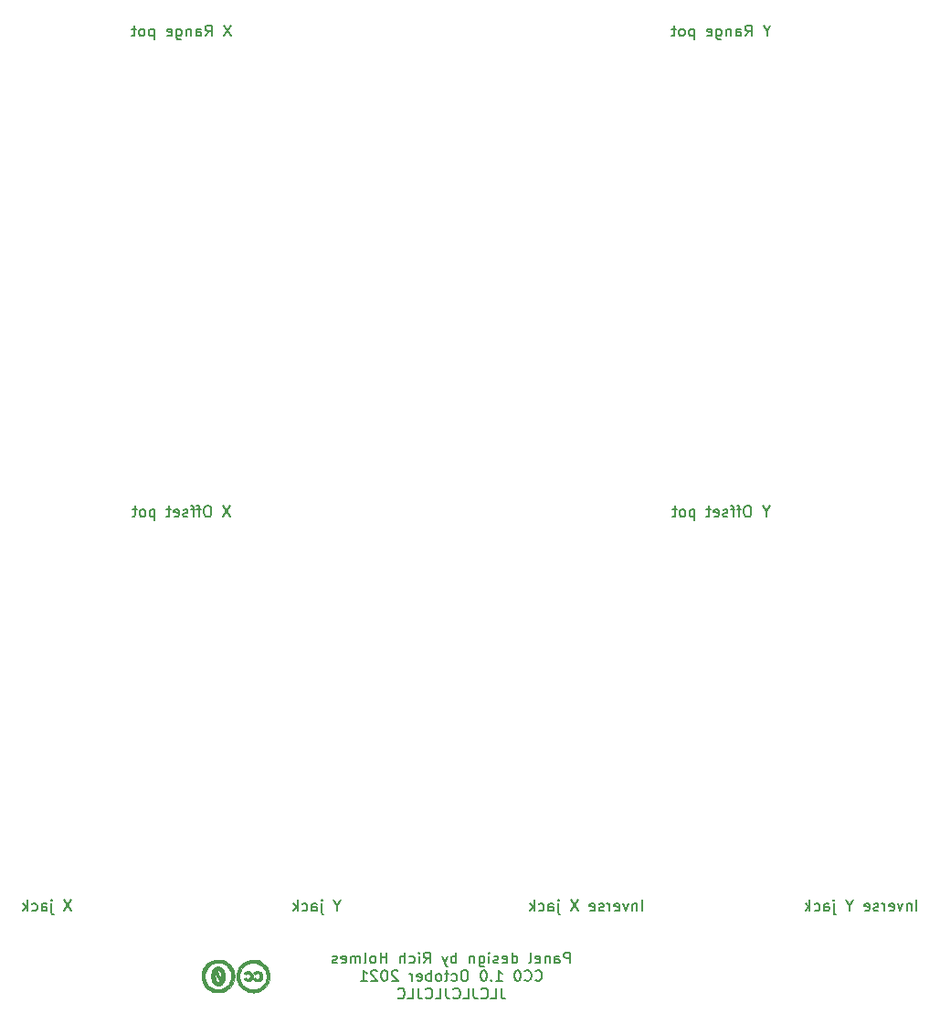
<source format=gbr>
G04 #@! TF.GenerationSoftware,KiCad,Pcbnew,5.1.10-88a1d61d58~90~ubuntu20.04.1*
G04 #@! TF.CreationDate,2021-10-02T19:54:06-04:00*
G04 #@! TF.ProjectId,joystick_panel,6a6f7973-7469-4636-9b5f-70616e656c2e,rev?*
G04 #@! TF.SameCoordinates,Original*
G04 #@! TF.FileFunction,Legend,Bot*
G04 #@! TF.FilePolarity,Positive*
%FSLAX46Y46*%
G04 Gerber Fmt 4.6, Leading zero omitted, Abs format (unit mm)*
G04 Created by KiCad (PCBNEW 5.1.10-88a1d61d58~90~ubuntu20.04.1) date 2021-10-02 19:54:06*
%MOMM*%
%LPD*%
G01*
G04 APERTURE LIST*
%ADD10C,0.150000*%
%ADD11C,0.010000*%
G04 APERTURE END LIST*
D10*
X30838095Y-190552380D02*
X30171428Y-191552380D01*
X30171428Y-190552380D02*
X30838095Y-191552380D01*
X29028571Y-190885714D02*
X29028571Y-191742857D01*
X29076190Y-191838095D01*
X29171428Y-191885714D01*
X29219047Y-191885714D01*
X29028571Y-190552380D02*
X29076190Y-190600000D01*
X29028571Y-190647619D01*
X28980952Y-190600000D01*
X29028571Y-190552380D01*
X29028571Y-190647619D01*
X28123809Y-191552380D02*
X28123809Y-191028571D01*
X28171428Y-190933333D01*
X28266666Y-190885714D01*
X28457142Y-190885714D01*
X28552380Y-190933333D01*
X28123809Y-191504761D02*
X28219047Y-191552380D01*
X28457142Y-191552380D01*
X28552380Y-191504761D01*
X28600000Y-191409523D01*
X28600000Y-191314285D01*
X28552380Y-191219047D01*
X28457142Y-191171428D01*
X28219047Y-191171428D01*
X28123809Y-191123809D01*
X27219047Y-191504761D02*
X27314285Y-191552380D01*
X27504761Y-191552380D01*
X27600000Y-191504761D01*
X27647619Y-191457142D01*
X27695238Y-191361904D01*
X27695238Y-191076190D01*
X27647619Y-190980952D01*
X27600000Y-190933333D01*
X27504761Y-190885714D01*
X27314285Y-190885714D01*
X27219047Y-190933333D01*
X26790476Y-191552380D02*
X26790476Y-190552380D01*
X26695238Y-191171428D02*
X26409523Y-191552380D01*
X26409523Y-190885714D02*
X26790476Y-191266666D01*
X55504761Y-191076190D02*
X55504761Y-191552380D01*
X55838095Y-190552380D02*
X55504761Y-191076190D01*
X55171428Y-190552380D01*
X54076190Y-190885714D02*
X54076190Y-191742857D01*
X54123809Y-191838095D01*
X54219047Y-191885714D01*
X54266666Y-191885714D01*
X54076190Y-190552380D02*
X54123809Y-190600000D01*
X54076190Y-190647619D01*
X54028571Y-190600000D01*
X54076190Y-190552380D01*
X54076190Y-190647619D01*
X53171428Y-191552380D02*
X53171428Y-191028571D01*
X53219047Y-190933333D01*
X53314285Y-190885714D01*
X53504761Y-190885714D01*
X53600000Y-190933333D01*
X53171428Y-191504761D02*
X53266666Y-191552380D01*
X53504761Y-191552380D01*
X53600000Y-191504761D01*
X53647619Y-191409523D01*
X53647619Y-191314285D01*
X53600000Y-191219047D01*
X53504761Y-191171428D01*
X53266666Y-191171428D01*
X53171428Y-191123809D01*
X52266666Y-191504761D02*
X52361904Y-191552380D01*
X52552380Y-191552380D01*
X52647619Y-191504761D01*
X52695238Y-191457142D01*
X52742857Y-191361904D01*
X52742857Y-191076190D01*
X52695238Y-190980952D01*
X52647619Y-190933333D01*
X52552380Y-190885714D01*
X52361904Y-190885714D01*
X52266666Y-190933333D01*
X51838095Y-191552380D02*
X51838095Y-190552380D01*
X51742857Y-191171428D02*
X51457142Y-191552380D01*
X51457142Y-190885714D02*
X51838095Y-191266666D01*
X83766666Y-191552380D02*
X83766666Y-190552380D01*
X83290476Y-190885714D02*
X83290476Y-191552380D01*
X83290476Y-190980952D02*
X83242857Y-190933333D01*
X83147619Y-190885714D01*
X83004761Y-190885714D01*
X82909523Y-190933333D01*
X82861904Y-191028571D01*
X82861904Y-191552380D01*
X82480952Y-190885714D02*
X82242857Y-191552380D01*
X82004761Y-190885714D01*
X81242857Y-191504761D02*
X81338095Y-191552380D01*
X81528571Y-191552380D01*
X81623809Y-191504761D01*
X81671428Y-191409523D01*
X81671428Y-191028571D01*
X81623809Y-190933333D01*
X81528571Y-190885714D01*
X81338095Y-190885714D01*
X81242857Y-190933333D01*
X81195238Y-191028571D01*
X81195238Y-191123809D01*
X81671428Y-191219047D01*
X80766666Y-191552380D02*
X80766666Y-190885714D01*
X80766666Y-191076190D02*
X80719047Y-190980952D01*
X80671428Y-190933333D01*
X80576190Y-190885714D01*
X80480952Y-190885714D01*
X80195238Y-191504761D02*
X80100000Y-191552380D01*
X79909523Y-191552380D01*
X79814285Y-191504761D01*
X79766666Y-191409523D01*
X79766666Y-191361904D01*
X79814285Y-191266666D01*
X79909523Y-191219047D01*
X80052380Y-191219047D01*
X80147619Y-191171428D01*
X80195238Y-191076190D01*
X80195238Y-191028571D01*
X80147619Y-190933333D01*
X80052380Y-190885714D01*
X79909523Y-190885714D01*
X79814285Y-190933333D01*
X78957142Y-191504761D02*
X79052380Y-191552380D01*
X79242857Y-191552380D01*
X79338095Y-191504761D01*
X79385714Y-191409523D01*
X79385714Y-191028571D01*
X79338095Y-190933333D01*
X79242857Y-190885714D01*
X79052380Y-190885714D01*
X78957142Y-190933333D01*
X78909523Y-191028571D01*
X78909523Y-191123809D01*
X79385714Y-191219047D01*
X77814285Y-190552380D02*
X77147619Y-191552380D01*
X77147619Y-190552380D02*
X77814285Y-191552380D01*
X76004761Y-190885714D02*
X76004761Y-191742857D01*
X76052380Y-191838095D01*
X76147619Y-191885714D01*
X76195238Y-191885714D01*
X76004761Y-190552380D02*
X76052380Y-190600000D01*
X76004761Y-190647619D01*
X75957142Y-190600000D01*
X76004761Y-190552380D01*
X76004761Y-190647619D01*
X75100000Y-191552380D02*
X75100000Y-191028571D01*
X75147619Y-190933333D01*
X75242857Y-190885714D01*
X75433333Y-190885714D01*
X75528571Y-190933333D01*
X75100000Y-191504761D02*
X75195238Y-191552380D01*
X75433333Y-191552380D01*
X75528571Y-191504761D01*
X75576190Y-191409523D01*
X75576190Y-191314285D01*
X75528571Y-191219047D01*
X75433333Y-191171428D01*
X75195238Y-191171428D01*
X75100000Y-191123809D01*
X74195238Y-191504761D02*
X74290476Y-191552380D01*
X74480952Y-191552380D01*
X74576190Y-191504761D01*
X74623809Y-191457142D01*
X74671428Y-191361904D01*
X74671428Y-191076190D01*
X74623809Y-190980952D01*
X74576190Y-190933333D01*
X74480952Y-190885714D01*
X74290476Y-190885714D01*
X74195238Y-190933333D01*
X73766666Y-191552380D02*
X73766666Y-190552380D01*
X73671428Y-191171428D02*
X73385714Y-191552380D01*
X73385714Y-190885714D02*
X73766666Y-191266666D01*
X109219047Y-191552380D02*
X109219047Y-190552380D01*
X108742857Y-190885714D02*
X108742857Y-191552380D01*
X108742857Y-190980952D02*
X108695238Y-190933333D01*
X108600000Y-190885714D01*
X108457142Y-190885714D01*
X108361904Y-190933333D01*
X108314285Y-191028571D01*
X108314285Y-191552380D01*
X107933333Y-190885714D02*
X107695238Y-191552380D01*
X107457142Y-190885714D01*
X106695238Y-191504761D02*
X106790476Y-191552380D01*
X106980952Y-191552380D01*
X107076190Y-191504761D01*
X107123809Y-191409523D01*
X107123809Y-191028571D01*
X107076190Y-190933333D01*
X106980952Y-190885714D01*
X106790476Y-190885714D01*
X106695238Y-190933333D01*
X106647619Y-191028571D01*
X106647619Y-191123809D01*
X107123809Y-191219047D01*
X106219047Y-191552380D02*
X106219047Y-190885714D01*
X106219047Y-191076190D02*
X106171428Y-190980952D01*
X106123809Y-190933333D01*
X106028571Y-190885714D01*
X105933333Y-190885714D01*
X105647619Y-191504761D02*
X105552380Y-191552380D01*
X105361904Y-191552380D01*
X105266666Y-191504761D01*
X105219047Y-191409523D01*
X105219047Y-191361904D01*
X105266666Y-191266666D01*
X105361904Y-191219047D01*
X105504761Y-191219047D01*
X105600000Y-191171428D01*
X105647619Y-191076190D01*
X105647619Y-191028571D01*
X105600000Y-190933333D01*
X105504761Y-190885714D01*
X105361904Y-190885714D01*
X105266666Y-190933333D01*
X104409523Y-191504761D02*
X104504761Y-191552380D01*
X104695238Y-191552380D01*
X104790476Y-191504761D01*
X104838095Y-191409523D01*
X104838095Y-191028571D01*
X104790476Y-190933333D01*
X104695238Y-190885714D01*
X104504761Y-190885714D01*
X104409523Y-190933333D01*
X104361904Y-191028571D01*
X104361904Y-191123809D01*
X104838095Y-191219047D01*
X102980952Y-191076190D02*
X102980952Y-191552380D01*
X103314285Y-190552380D02*
X102980952Y-191076190D01*
X102647619Y-190552380D01*
X101552380Y-190885714D02*
X101552380Y-191742857D01*
X101600000Y-191838095D01*
X101695238Y-191885714D01*
X101742857Y-191885714D01*
X101552380Y-190552380D02*
X101600000Y-190600000D01*
X101552380Y-190647619D01*
X101504761Y-190600000D01*
X101552380Y-190552380D01*
X101552380Y-190647619D01*
X100647619Y-191552380D02*
X100647619Y-191028571D01*
X100695238Y-190933333D01*
X100790476Y-190885714D01*
X100980952Y-190885714D01*
X101076190Y-190933333D01*
X100647619Y-191504761D02*
X100742857Y-191552380D01*
X100980952Y-191552380D01*
X101076190Y-191504761D01*
X101123809Y-191409523D01*
X101123809Y-191314285D01*
X101076190Y-191219047D01*
X100980952Y-191171428D01*
X100742857Y-191171428D01*
X100647619Y-191123809D01*
X99742857Y-191504761D02*
X99838095Y-191552380D01*
X100028571Y-191552380D01*
X100123809Y-191504761D01*
X100171428Y-191457142D01*
X100219047Y-191361904D01*
X100219047Y-191076190D01*
X100171428Y-190980952D01*
X100123809Y-190933333D01*
X100028571Y-190885714D01*
X99838095Y-190885714D01*
X99742857Y-190933333D01*
X99314285Y-191552380D02*
X99314285Y-190552380D01*
X99219047Y-191171428D02*
X98933333Y-191552380D01*
X98933333Y-190885714D02*
X99314285Y-191266666D01*
X95266666Y-154576190D02*
X95266666Y-155052380D01*
X95600000Y-154052380D02*
X95266666Y-154576190D01*
X94933333Y-154052380D01*
X93647619Y-154052380D02*
X93457142Y-154052380D01*
X93361904Y-154100000D01*
X93266666Y-154195238D01*
X93219047Y-154385714D01*
X93219047Y-154719047D01*
X93266666Y-154909523D01*
X93361904Y-155004761D01*
X93457142Y-155052380D01*
X93647619Y-155052380D01*
X93742857Y-155004761D01*
X93838095Y-154909523D01*
X93885714Y-154719047D01*
X93885714Y-154385714D01*
X93838095Y-154195238D01*
X93742857Y-154100000D01*
X93647619Y-154052380D01*
X92933333Y-154385714D02*
X92552380Y-154385714D01*
X92790476Y-155052380D02*
X92790476Y-154195238D01*
X92742857Y-154100000D01*
X92647619Y-154052380D01*
X92552380Y-154052380D01*
X92361904Y-154385714D02*
X91980952Y-154385714D01*
X92219047Y-155052380D02*
X92219047Y-154195238D01*
X92171428Y-154100000D01*
X92076190Y-154052380D01*
X91980952Y-154052380D01*
X91695238Y-155004761D02*
X91600000Y-155052380D01*
X91409523Y-155052380D01*
X91314285Y-155004761D01*
X91266666Y-154909523D01*
X91266666Y-154861904D01*
X91314285Y-154766666D01*
X91409523Y-154719047D01*
X91552380Y-154719047D01*
X91647619Y-154671428D01*
X91695238Y-154576190D01*
X91695238Y-154528571D01*
X91647619Y-154433333D01*
X91552380Y-154385714D01*
X91409523Y-154385714D01*
X91314285Y-154433333D01*
X90457142Y-155004761D02*
X90552380Y-155052380D01*
X90742857Y-155052380D01*
X90838095Y-155004761D01*
X90885714Y-154909523D01*
X90885714Y-154528571D01*
X90838095Y-154433333D01*
X90742857Y-154385714D01*
X90552380Y-154385714D01*
X90457142Y-154433333D01*
X90409523Y-154528571D01*
X90409523Y-154623809D01*
X90885714Y-154719047D01*
X90123809Y-154385714D02*
X89742857Y-154385714D01*
X89980952Y-154052380D02*
X89980952Y-154909523D01*
X89933333Y-155004761D01*
X89838095Y-155052380D01*
X89742857Y-155052380D01*
X88647619Y-154385714D02*
X88647619Y-155385714D01*
X88647619Y-154433333D02*
X88552380Y-154385714D01*
X88361904Y-154385714D01*
X88266666Y-154433333D01*
X88219047Y-154480952D01*
X88171428Y-154576190D01*
X88171428Y-154861904D01*
X88219047Y-154957142D01*
X88266666Y-155004761D01*
X88361904Y-155052380D01*
X88552380Y-155052380D01*
X88647619Y-155004761D01*
X87600000Y-155052380D02*
X87695238Y-155004761D01*
X87742857Y-154957142D01*
X87790476Y-154861904D01*
X87790476Y-154576190D01*
X87742857Y-154480952D01*
X87695238Y-154433333D01*
X87600000Y-154385714D01*
X87457142Y-154385714D01*
X87361904Y-154433333D01*
X87314285Y-154480952D01*
X87266666Y-154576190D01*
X87266666Y-154861904D01*
X87314285Y-154957142D01*
X87361904Y-155004761D01*
X87457142Y-155052380D01*
X87600000Y-155052380D01*
X86980952Y-154385714D02*
X86600000Y-154385714D01*
X86838095Y-154052380D02*
X86838095Y-154909523D01*
X86790476Y-155004761D01*
X86695238Y-155052380D01*
X86600000Y-155052380D01*
X45600000Y-154052380D02*
X44933333Y-155052380D01*
X44933333Y-154052380D02*
X45600000Y-155052380D01*
X43600000Y-154052380D02*
X43409523Y-154052380D01*
X43314285Y-154100000D01*
X43219047Y-154195238D01*
X43171428Y-154385714D01*
X43171428Y-154719047D01*
X43219047Y-154909523D01*
X43314285Y-155004761D01*
X43409523Y-155052380D01*
X43600000Y-155052380D01*
X43695238Y-155004761D01*
X43790476Y-154909523D01*
X43838095Y-154719047D01*
X43838095Y-154385714D01*
X43790476Y-154195238D01*
X43695238Y-154100000D01*
X43600000Y-154052380D01*
X42885714Y-154385714D02*
X42504761Y-154385714D01*
X42742857Y-155052380D02*
X42742857Y-154195238D01*
X42695238Y-154100000D01*
X42600000Y-154052380D01*
X42504761Y-154052380D01*
X42314285Y-154385714D02*
X41933333Y-154385714D01*
X42171428Y-155052380D02*
X42171428Y-154195238D01*
X42123809Y-154100000D01*
X42028571Y-154052380D01*
X41933333Y-154052380D01*
X41647619Y-155004761D02*
X41552380Y-155052380D01*
X41361904Y-155052380D01*
X41266666Y-155004761D01*
X41219047Y-154909523D01*
X41219047Y-154861904D01*
X41266666Y-154766666D01*
X41361904Y-154719047D01*
X41504761Y-154719047D01*
X41600000Y-154671428D01*
X41647619Y-154576190D01*
X41647619Y-154528571D01*
X41600000Y-154433333D01*
X41504761Y-154385714D01*
X41361904Y-154385714D01*
X41266666Y-154433333D01*
X40409523Y-155004761D02*
X40504761Y-155052380D01*
X40695238Y-155052380D01*
X40790476Y-155004761D01*
X40838095Y-154909523D01*
X40838095Y-154528571D01*
X40790476Y-154433333D01*
X40695238Y-154385714D01*
X40504761Y-154385714D01*
X40409523Y-154433333D01*
X40361904Y-154528571D01*
X40361904Y-154623809D01*
X40838095Y-154719047D01*
X40076190Y-154385714D02*
X39695238Y-154385714D01*
X39933333Y-154052380D02*
X39933333Y-154909523D01*
X39885714Y-155004761D01*
X39790476Y-155052380D01*
X39695238Y-155052380D01*
X38600000Y-154385714D02*
X38600000Y-155385714D01*
X38600000Y-154433333D02*
X38504761Y-154385714D01*
X38314285Y-154385714D01*
X38219047Y-154433333D01*
X38171428Y-154480952D01*
X38123809Y-154576190D01*
X38123809Y-154861904D01*
X38171428Y-154957142D01*
X38219047Y-155004761D01*
X38314285Y-155052380D01*
X38504761Y-155052380D01*
X38600000Y-155004761D01*
X37552380Y-155052380D02*
X37647619Y-155004761D01*
X37695238Y-154957142D01*
X37742857Y-154861904D01*
X37742857Y-154576190D01*
X37695238Y-154480952D01*
X37647619Y-154433333D01*
X37552380Y-154385714D01*
X37409523Y-154385714D01*
X37314285Y-154433333D01*
X37266666Y-154480952D01*
X37219047Y-154576190D01*
X37219047Y-154861904D01*
X37266666Y-154957142D01*
X37314285Y-155004761D01*
X37409523Y-155052380D01*
X37552380Y-155052380D01*
X36933333Y-154385714D02*
X36552380Y-154385714D01*
X36790476Y-154052380D02*
X36790476Y-154909523D01*
X36742857Y-155004761D01*
X36647619Y-155052380D01*
X36552380Y-155052380D01*
X45671428Y-109552380D02*
X45004761Y-110552380D01*
X45004761Y-109552380D02*
X45671428Y-110552380D01*
X43290476Y-110552380D02*
X43623809Y-110076190D01*
X43861904Y-110552380D02*
X43861904Y-109552380D01*
X43480952Y-109552380D01*
X43385714Y-109600000D01*
X43338095Y-109647619D01*
X43290476Y-109742857D01*
X43290476Y-109885714D01*
X43338095Y-109980952D01*
X43385714Y-110028571D01*
X43480952Y-110076190D01*
X43861904Y-110076190D01*
X42433333Y-110552380D02*
X42433333Y-110028571D01*
X42480952Y-109933333D01*
X42576190Y-109885714D01*
X42766666Y-109885714D01*
X42861904Y-109933333D01*
X42433333Y-110504761D02*
X42528571Y-110552380D01*
X42766666Y-110552380D01*
X42861904Y-110504761D01*
X42909523Y-110409523D01*
X42909523Y-110314285D01*
X42861904Y-110219047D01*
X42766666Y-110171428D01*
X42528571Y-110171428D01*
X42433333Y-110123809D01*
X41957142Y-109885714D02*
X41957142Y-110552380D01*
X41957142Y-109980952D02*
X41909523Y-109933333D01*
X41814285Y-109885714D01*
X41671428Y-109885714D01*
X41576190Y-109933333D01*
X41528571Y-110028571D01*
X41528571Y-110552380D01*
X40623809Y-109885714D02*
X40623809Y-110695238D01*
X40671428Y-110790476D01*
X40719047Y-110838095D01*
X40814285Y-110885714D01*
X40957142Y-110885714D01*
X41052380Y-110838095D01*
X40623809Y-110504761D02*
X40719047Y-110552380D01*
X40909523Y-110552380D01*
X41004761Y-110504761D01*
X41052380Y-110457142D01*
X41100000Y-110361904D01*
X41100000Y-110076190D01*
X41052380Y-109980952D01*
X41004761Y-109933333D01*
X40909523Y-109885714D01*
X40719047Y-109885714D01*
X40623809Y-109933333D01*
X39766666Y-110504761D02*
X39861904Y-110552380D01*
X40052380Y-110552380D01*
X40147619Y-110504761D01*
X40195238Y-110409523D01*
X40195238Y-110028571D01*
X40147619Y-109933333D01*
X40052380Y-109885714D01*
X39861904Y-109885714D01*
X39766666Y-109933333D01*
X39719047Y-110028571D01*
X39719047Y-110123809D01*
X40195238Y-110219047D01*
X38528571Y-109885714D02*
X38528571Y-110885714D01*
X38528571Y-109933333D02*
X38433333Y-109885714D01*
X38242857Y-109885714D01*
X38147619Y-109933333D01*
X38100000Y-109980952D01*
X38052380Y-110076190D01*
X38052380Y-110361904D01*
X38100000Y-110457142D01*
X38147619Y-110504761D01*
X38242857Y-110552380D01*
X38433333Y-110552380D01*
X38528571Y-110504761D01*
X37480952Y-110552380D02*
X37576190Y-110504761D01*
X37623809Y-110457142D01*
X37671428Y-110361904D01*
X37671428Y-110076190D01*
X37623809Y-109980952D01*
X37576190Y-109933333D01*
X37480952Y-109885714D01*
X37338095Y-109885714D01*
X37242857Y-109933333D01*
X37195238Y-109980952D01*
X37147619Y-110076190D01*
X37147619Y-110361904D01*
X37195238Y-110457142D01*
X37242857Y-110504761D01*
X37338095Y-110552380D01*
X37480952Y-110552380D01*
X36861904Y-109885714D02*
X36480952Y-109885714D01*
X36719047Y-109552380D02*
X36719047Y-110409523D01*
X36671428Y-110504761D01*
X36576190Y-110552380D01*
X36480952Y-110552380D01*
X95338095Y-110076190D02*
X95338095Y-110552380D01*
X95671428Y-109552380D02*
X95338095Y-110076190D01*
X95004761Y-109552380D01*
X93338095Y-110552380D02*
X93671428Y-110076190D01*
X93909523Y-110552380D02*
X93909523Y-109552380D01*
X93528571Y-109552380D01*
X93433333Y-109600000D01*
X93385714Y-109647619D01*
X93338095Y-109742857D01*
X93338095Y-109885714D01*
X93385714Y-109980952D01*
X93433333Y-110028571D01*
X93528571Y-110076190D01*
X93909523Y-110076190D01*
X92480952Y-110552380D02*
X92480952Y-110028571D01*
X92528571Y-109933333D01*
X92623809Y-109885714D01*
X92814285Y-109885714D01*
X92909523Y-109933333D01*
X92480952Y-110504761D02*
X92576190Y-110552380D01*
X92814285Y-110552380D01*
X92909523Y-110504761D01*
X92957142Y-110409523D01*
X92957142Y-110314285D01*
X92909523Y-110219047D01*
X92814285Y-110171428D01*
X92576190Y-110171428D01*
X92480952Y-110123809D01*
X92004761Y-109885714D02*
X92004761Y-110552380D01*
X92004761Y-109980952D02*
X91957142Y-109933333D01*
X91861904Y-109885714D01*
X91719047Y-109885714D01*
X91623809Y-109933333D01*
X91576190Y-110028571D01*
X91576190Y-110552380D01*
X90671428Y-109885714D02*
X90671428Y-110695238D01*
X90719047Y-110790476D01*
X90766666Y-110838095D01*
X90861904Y-110885714D01*
X91004761Y-110885714D01*
X91100000Y-110838095D01*
X90671428Y-110504761D02*
X90766666Y-110552380D01*
X90957142Y-110552380D01*
X91052380Y-110504761D01*
X91100000Y-110457142D01*
X91147619Y-110361904D01*
X91147619Y-110076190D01*
X91100000Y-109980952D01*
X91052380Y-109933333D01*
X90957142Y-109885714D01*
X90766666Y-109885714D01*
X90671428Y-109933333D01*
X89814285Y-110504761D02*
X89909523Y-110552380D01*
X90100000Y-110552380D01*
X90195238Y-110504761D01*
X90242857Y-110409523D01*
X90242857Y-110028571D01*
X90195238Y-109933333D01*
X90100000Y-109885714D01*
X89909523Y-109885714D01*
X89814285Y-109933333D01*
X89766666Y-110028571D01*
X89766666Y-110123809D01*
X90242857Y-110219047D01*
X88576190Y-109885714D02*
X88576190Y-110885714D01*
X88576190Y-109933333D02*
X88480952Y-109885714D01*
X88290476Y-109885714D01*
X88195238Y-109933333D01*
X88147619Y-109980952D01*
X88100000Y-110076190D01*
X88100000Y-110361904D01*
X88147619Y-110457142D01*
X88195238Y-110504761D01*
X88290476Y-110552380D01*
X88480952Y-110552380D01*
X88576190Y-110504761D01*
X87528571Y-110552380D02*
X87623809Y-110504761D01*
X87671428Y-110457142D01*
X87719047Y-110361904D01*
X87719047Y-110076190D01*
X87671428Y-109980952D01*
X87623809Y-109933333D01*
X87528571Y-109885714D01*
X87385714Y-109885714D01*
X87290476Y-109933333D01*
X87242857Y-109980952D01*
X87195238Y-110076190D01*
X87195238Y-110361904D01*
X87242857Y-110457142D01*
X87290476Y-110504761D01*
X87385714Y-110552380D01*
X87528571Y-110552380D01*
X86909523Y-109885714D02*
X86528571Y-109885714D01*
X86766666Y-109552380D02*
X86766666Y-110409523D01*
X86719047Y-110504761D01*
X86623809Y-110552380D01*
X86528571Y-110552380D01*
X77100000Y-196402380D02*
X77100000Y-195402380D01*
X76719047Y-195402380D01*
X76623809Y-195450000D01*
X76576190Y-195497619D01*
X76528571Y-195592857D01*
X76528571Y-195735714D01*
X76576190Y-195830952D01*
X76623809Y-195878571D01*
X76719047Y-195926190D01*
X77100000Y-195926190D01*
X75671428Y-196402380D02*
X75671428Y-195878571D01*
X75719047Y-195783333D01*
X75814285Y-195735714D01*
X76004761Y-195735714D01*
X76100000Y-195783333D01*
X75671428Y-196354761D02*
X75766666Y-196402380D01*
X76004761Y-196402380D01*
X76100000Y-196354761D01*
X76147619Y-196259523D01*
X76147619Y-196164285D01*
X76100000Y-196069047D01*
X76004761Y-196021428D01*
X75766666Y-196021428D01*
X75671428Y-195973809D01*
X75195238Y-195735714D02*
X75195238Y-196402380D01*
X75195238Y-195830952D02*
X75147619Y-195783333D01*
X75052380Y-195735714D01*
X74909523Y-195735714D01*
X74814285Y-195783333D01*
X74766666Y-195878571D01*
X74766666Y-196402380D01*
X73909523Y-196354761D02*
X74004761Y-196402380D01*
X74195238Y-196402380D01*
X74290476Y-196354761D01*
X74338095Y-196259523D01*
X74338095Y-195878571D01*
X74290476Y-195783333D01*
X74195238Y-195735714D01*
X74004761Y-195735714D01*
X73909523Y-195783333D01*
X73861904Y-195878571D01*
X73861904Y-195973809D01*
X74338095Y-196069047D01*
X73290476Y-196402380D02*
X73385714Y-196354761D01*
X73433333Y-196259523D01*
X73433333Y-195402380D01*
X71719047Y-196402380D02*
X71719047Y-195402380D01*
X71719047Y-196354761D02*
X71814285Y-196402380D01*
X72004761Y-196402380D01*
X72100000Y-196354761D01*
X72147619Y-196307142D01*
X72195238Y-196211904D01*
X72195238Y-195926190D01*
X72147619Y-195830952D01*
X72100000Y-195783333D01*
X72004761Y-195735714D01*
X71814285Y-195735714D01*
X71719047Y-195783333D01*
X70861904Y-196354761D02*
X70957142Y-196402380D01*
X71147619Y-196402380D01*
X71242857Y-196354761D01*
X71290476Y-196259523D01*
X71290476Y-195878571D01*
X71242857Y-195783333D01*
X71147619Y-195735714D01*
X70957142Y-195735714D01*
X70861904Y-195783333D01*
X70814285Y-195878571D01*
X70814285Y-195973809D01*
X71290476Y-196069047D01*
X70433333Y-196354761D02*
X70338095Y-196402380D01*
X70147619Y-196402380D01*
X70052380Y-196354761D01*
X70004761Y-196259523D01*
X70004761Y-196211904D01*
X70052380Y-196116666D01*
X70147619Y-196069047D01*
X70290476Y-196069047D01*
X70385714Y-196021428D01*
X70433333Y-195926190D01*
X70433333Y-195878571D01*
X70385714Y-195783333D01*
X70290476Y-195735714D01*
X70147619Y-195735714D01*
X70052380Y-195783333D01*
X69576190Y-196402380D02*
X69576190Y-195735714D01*
X69576190Y-195402380D02*
X69623809Y-195450000D01*
X69576190Y-195497619D01*
X69528571Y-195450000D01*
X69576190Y-195402380D01*
X69576190Y-195497619D01*
X68671428Y-195735714D02*
X68671428Y-196545238D01*
X68719047Y-196640476D01*
X68766666Y-196688095D01*
X68861904Y-196735714D01*
X69004761Y-196735714D01*
X69100000Y-196688095D01*
X68671428Y-196354761D02*
X68766666Y-196402380D01*
X68957142Y-196402380D01*
X69052380Y-196354761D01*
X69100000Y-196307142D01*
X69147619Y-196211904D01*
X69147619Y-195926190D01*
X69100000Y-195830952D01*
X69052380Y-195783333D01*
X68957142Y-195735714D01*
X68766666Y-195735714D01*
X68671428Y-195783333D01*
X68195238Y-195735714D02*
X68195238Y-196402380D01*
X68195238Y-195830952D02*
X68147619Y-195783333D01*
X68052380Y-195735714D01*
X67909523Y-195735714D01*
X67814285Y-195783333D01*
X67766666Y-195878571D01*
X67766666Y-196402380D01*
X66528571Y-196402380D02*
X66528571Y-195402380D01*
X66528571Y-195783333D02*
X66433333Y-195735714D01*
X66242857Y-195735714D01*
X66147619Y-195783333D01*
X66100000Y-195830952D01*
X66052380Y-195926190D01*
X66052380Y-196211904D01*
X66100000Y-196307142D01*
X66147619Y-196354761D01*
X66242857Y-196402380D01*
X66433333Y-196402380D01*
X66528571Y-196354761D01*
X65719047Y-195735714D02*
X65480952Y-196402380D01*
X65242857Y-195735714D02*
X65480952Y-196402380D01*
X65576190Y-196640476D01*
X65623809Y-196688095D01*
X65719047Y-196735714D01*
X63528571Y-196402380D02*
X63861904Y-195926190D01*
X64100000Y-196402380D02*
X64100000Y-195402380D01*
X63719047Y-195402380D01*
X63623809Y-195450000D01*
X63576190Y-195497619D01*
X63528571Y-195592857D01*
X63528571Y-195735714D01*
X63576190Y-195830952D01*
X63623809Y-195878571D01*
X63719047Y-195926190D01*
X64100000Y-195926190D01*
X63100000Y-196402380D02*
X63100000Y-195735714D01*
X63100000Y-195402380D02*
X63147619Y-195450000D01*
X63100000Y-195497619D01*
X63052380Y-195450000D01*
X63100000Y-195402380D01*
X63100000Y-195497619D01*
X62195238Y-196354761D02*
X62290476Y-196402380D01*
X62480952Y-196402380D01*
X62576190Y-196354761D01*
X62623809Y-196307142D01*
X62671428Y-196211904D01*
X62671428Y-195926190D01*
X62623809Y-195830952D01*
X62576190Y-195783333D01*
X62480952Y-195735714D01*
X62290476Y-195735714D01*
X62195238Y-195783333D01*
X61766666Y-196402380D02*
X61766666Y-195402380D01*
X61338095Y-196402380D02*
X61338095Y-195878571D01*
X61385714Y-195783333D01*
X61480952Y-195735714D01*
X61623809Y-195735714D01*
X61719047Y-195783333D01*
X61766666Y-195830952D01*
X60100000Y-196402380D02*
X60100000Y-195402380D01*
X60100000Y-195878571D02*
X59528571Y-195878571D01*
X59528571Y-196402380D02*
X59528571Y-195402380D01*
X58909523Y-196402380D02*
X59004761Y-196354761D01*
X59052380Y-196307142D01*
X59100000Y-196211904D01*
X59100000Y-195926190D01*
X59052380Y-195830952D01*
X59004761Y-195783333D01*
X58909523Y-195735714D01*
X58766666Y-195735714D01*
X58671428Y-195783333D01*
X58623809Y-195830952D01*
X58576190Y-195926190D01*
X58576190Y-196211904D01*
X58623809Y-196307142D01*
X58671428Y-196354761D01*
X58766666Y-196402380D01*
X58909523Y-196402380D01*
X58004761Y-196402380D02*
X58100000Y-196354761D01*
X58147619Y-196259523D01*
X58147619Y-195402380D01*
X57623809Y-196402380D02*
X57623809Y-195735714D01*
X57623809Y-195830952D02*
X57576190Y-195783333D01*
X57480952Y-195735714D01*
X57338095Y-195735714D01*
X57242857Y-195783333D01*
X57195238Y-195878571D01*
X57195238Y-196402380D01*
X57195238Y-195878571D02*
X57147619Y-195783333D01*
X57052380Y-195735714D01*
X56909523Y-195735714D01*
X56814285Y-195783333D01*
X56766666Y-195878571D01*
X56766666Y-196402380D01*
X55909523Y-196354761D02*
X56004761Y-196402380D01*
X56195238Y-196402380D01*
X56290476Y-196354761D01*
X56338095Y-196259523D01*
X56338095Y-195878571D01*
X56290476Y-195783333D01*
X56195238Y-195735714D01*
X56004761Y-195735714D01*
X55909523Y-195783333D01*
X55861904Y-195878571D01*
X55861904Y-195973809D01*
X56338095Y-196069047D01*
X55480952Y-196354761D02*
X55385714Y-196402380D01*
X55195238Y-196402380D01*
X55100000Y-196354761D01*
X55052380Y-196259523D01*
X55052380Y-196211904D01*
X55100000Y-196116666D01*
X55195238Y-196069047D01*
X55338095Y-196069047D01*
X55433333Y-196021428D01*
X55480952Y-195926190D01*
X55480952Y-195878571D01*
X55433333Y-195783333D01*
X55338095Y-195735714D01*
X55195238Y-195735714D01*
X55100000Y-195783333D01*
X73885714Y-197957142D02*
X73933333Y-198004761D01*
X74076190Y-198052380D01*
X74171428Y-198052380D01*
X74314285Y-198004761D01*
X74409523Y-197909523D01*
X74457142Y-197814285D01*
X74504761Y-197623809D01*
X74504761Y-197480952D01*
X74457142Y-197290476D01*
X74409523Y-197195238D01*
X74314285Y-197100000D01*
X74171428Y-197052380D01*
X74076190Y-197052380D01*
X73933333Y-197100000D01*
X73885714Y-197147619D01*
X72885714Y-197957142D02*
X72933333Y-198004761D01*
X73076190Y-198052380D01*
X73171428Y-198052380D01*
X73314285Y-198004761D01*
X73409523Y-197909523D01*
X73457142Y-197814285D01*
X73504761Y-197623809D01*
X73504761Y-197480952D01*
X73457142Y-197290476D01*
X73409523Y-197195238D01*
X73314285Y-197100000D01*
X73171428Y-197052380D01*
X73076190Y-197052380D01*
X72933333Y-197100000D01*
X72885714Y-197147619D01*
X72266666Y-197052380D02*
X72171428Y-197052380D01*
X72076190Y-197100000D01*
X72028571Y-197147619D01*
X71980952Y-197242857D01*
X71933333Y-197433333D01*
X71933333Y-197671428D01*
X71980952Y-197861904D01*
X72028571Y-197957142D01*
X72076190Y-198004761D01*
X72171428Y-198052380D01*
X72266666Y-198052380D01*
X72361904Y-198004761D01*
X72409523Y-197957142D01*
X72457142Y-197861904D01*
X72504761Y-197671428D01*
X72504761Y-197433333D01*
X72457142Y-197242857D01*
X72409523Y-197147619D01*
X72361904Y-197100000D01*
X72266666Y-197052380D01*
X70219047Y-198052380D02*
X70790476Y-198052380D01*
X70504761Y-198052380D02*
X70504761Y-197052380D01*
X70600000Y-197195238D01*
X70695238Y-197290476D01*
X70790476Y-197338095D01*
X69790476Y-197957142D02*
X69742857Y-198004761D01*
X69790476Y-198052380D01*
X69838095Y-198004761D01*
X69790476Y-197957142D01*
X69790476Y-198052380D01*
X69123809Y-197052380D02*
X69028571Y-197052380D01*
X68933333Y-197100000D01*
X68885714Y-197147619D01*
X68838095Y-197242857D01*
X68790476Y-197433333D01*
X68790476Y-197671428D01*
X68838095Y-197861904D01*
X68885714Y-197957142D01*
X68933333Y-198004761D01*
X69028571Y-198052380D01*
X69123809Y-198052380D01*
X69219047Y-198004761D01*
X69266666Y-197957142D01*
X69314285Y-197861904D01*
X69361904Y-197671428D01*
X69361904Y-197433333D01*
X69314285Y-197242857D01*
X69266666Y-197147619D01*
X69219047Y-197100000D01*
X69123809Y-197052380D01*
X67409523Y-197052380D02*
X67219047Y-197052380D01*
X67123809Y-197100000D01*
X67028571Y-197195238D01*
X66980952Y-197385714D01*
X66980952Y-197719047D01*
X67028571Y-197909523D01*
X67123809Y-198004761D01*
X67219047Y-198052380D01*
X67409523Y-198052380D01*
X67504761Y-198004761D01*
X67600000Y-197909523D01*
X67647619Y-197719047D01*
X67647619Y-197385714D01*
X67600000Y-197195238D01*
X67504761Y-197100000D01*
X67409523Y-197052380D01*
X66123809Y-198004761D02*
X66219047Y-198052380D01*
X66409523Y-198052380D01*
X66504761Y-198004761D01*
X66552380Y-197957142D01*
X66600000Y-197861904D01*
X66600000Y-197576190D01*
X66552380Y-197480952D01*
X66504761Y-197433333D01*
X66409523Y-197385714D01*
X66219047Y-197385714D01*
X66123809Y-197433333D01*
X65838095Y-197385714D02*
X65457142Y-197385714D01*
X65695238Y-197052380D02*
X65695238Y-197909523D01*
X65647619Y-198004761D01*
X65552380Y-198052380D01*
X65457142Y-198052380D01*
X64980952Y-198052380D02*
X65076190Y-198004761D01*
X65123809Y-197957142D01*
X65171428Y-197861904D01*
X65171428Y-197576190D01*
X65123809Y-197480952D01*
X65076190Y-197433333D01*
X64980952Y-197385714D01*
X64838095Y-197385714D01*
X64742857Y-197433333D01*
X64695238Y-197480952D01*
X64647619Y-197576190D01*
X64647619Y-197861904D01*
X64695238Y-197957142D01*
X64742857Y-198004761D01*
X64838095Y-198052380D01*
X64980952Y-198052380D01*
X64219047Y-198052380D02*
X64219047Y-197052380D01*
X64219047Y-197433333D02*
X64123809Y-197385714D01*
X63933333Y-197385714D01*
X63838095Y-197433333D01*
X63790476Y-197480952D01*
X63742857Y-197576190D01*
X63742857Y-197861904D01*
X63790476Y-197957142D01*
X63838095Y-198004761D01*
X63933333Y-198052380D01*
X64123809Y-198052380D01*
X64219047Y-198004761D01*
X62933333Y-198004761D02*
X63028571Y-198052380D01*
X63219047Y-198052380D01*
X63314285Y-198004761D01*
X63361904Y-197909523D01*
X63361904Y-197528571D01*
X63314285Y-197433333D01*
X63219047Y-197385714D01*
X63028571Y-197385714D01*
X62933333Y-197433333D01*
X62885714Y-197528571D01*
X62885714Y-197623809D01*
X63361904Y-197719047D01*
X62457142Y-198052380D02*
X62457142Y-197385714D01*
X62457142Y-197576190D02*
X62409523Y-197480952D01*
X62361904Y-197433333D01*
X62266666Y-197385714D01*
X62171428Y-197385714D01*
X61123809Y-197147619D02*
X61076190Y-197100000D01*
X60980952Y-197052380D01*
X60742857Y-197052380D01*
X60647619Y-197100000D01*
X60600000Y-197147619D01*
X60552380Y-197242857D01*
X60552380Y-197338095D01*
X60600000Y-197480952D01*
X61171428Y-198052380D01*
X60552380Y-198052380D01*
X59933333Y-197052380D02*
X59838095Y-197052380D01*
X59742857Y-197100000D01*
X59695238Y-197147619D01*
X59647619Y-197242857D01*
X59600000Y-197433333D01*
X59600000Y-197671428D01*
X59647619Y-197861904D01*
X59695238Y-197957142D01*
X59742857Y-198004761D01*
X59838095Y-198052380D01*
X59933333Y-198052380D01*
X60028571Y-198004761D01*
X60076190Y-197957142D01*
X60123809Y-197861904D01*
X60171428Y-197671428D01*
X60171428Y-197433333D01*
X60123809Y-197242857D01*
X60076190Y-197147619D01*
X60028571Y-197100000D01*
X59933333Y-197052380D01*
X59219047Y-197147619D02*
X59171428Y-197100000D01*
X59076190Y-197052380D01*
X58838095Y-197052380D01*
X58742857Y-197100000D01*
X58695238Y-197147619D01*
X58647619Y-197242857D01*
X58647619Y-197338095D01*
X58695238Y-197480952D01*
X59266666Y-198052380D01*
X58647619Y-198052380D01*
X57695238Y-198052380D02*
X58266666Y-198052380D01*
X57980952Y-198052380D02*
X57980952Y-197052380D01*
X58076190Y-197195238D01*
X58171428Y-197290476D01*
X58266666Y-197338095D01*
X70719047Y-198702380D02*
X70719047Y-199416666D01*
X70766666Y-199559523D01*
X70861904Y-199654761D01*
X71004761Y-199702380D01*
X71100000Y-199702380D01*
X69766666Y-199702380D02*
X70242857Y-199702380D01*
X70242857Y-198702380D01*
X68861904Y-199607142D02*
X68909523Y-199654761D01*
X69052380Y-199702380D01*
X69147619Y-199702380D01*
X69290476Y-199654761D01*
X69385714Y-199559523D01*
X69433333Y-199464285D01*
X69480952Y-199273809D01*
X69480952Y-199130952D01*
X69433333Y-198940476D01*
X69385714Y-198845238D01*
X69290476Y-198750000D01*
X69147619Y-198702380D01*
X69052380Y-198702380D01*
X68909523Y-198750000D01*
X68861904Y-198797619D01*
X68147619Y-198702380D02*
X68147619Y-199416666D01*
X68195238Y-199559523D01*
X68290476Y-199654761D01*
X68433333Y-199702380D01*
X68528571Y-199702380D01*
X67195238Y-199702380D02*
X67671428Y-199702380D01*
X67671428Y-198702380D01*
X66290476Y-199607142D02*
X66338095Y-199654761D01*
X66480952Y-199702380D01*
X66576190Y-199702380D01*
X66719047Y-199654761D01*
X66814285Y-199559523D01*
X66861904Y-199464285D01*
X66909523Y-199273809D01*
X66909523Y-199130952D01*
X66861904Y-198940476D01*
X66814285Y-198845238D01*
X66719047Y-198750000D01*
X66576190Y-198702380D01*
X66480952Y-198702380D01*
X66338095Y-198750000D01*
X66290476Y-198797619D01*
X65576190Y-198702380D02*
X65576190Y-199416666D01*
X65623809Y-199559523D01*
X65719047Y-199654761D01*
X65861904Y-199702380D01*
X65957142Y-199702380D01*
X64623809Y-199702380D02*
X65100000Y-199702380D01*
X65100000Y-198702380D01*
X63719047Y-199607142D02*
X63766666Y-199654761D01*
X63909523Y-199702380D01*
X64004761Y-199702380D01*
X64147619Y-199654761D01*
X64242857Y-199559523D01*
X64290476Y-199464285D01*
X64338095Y-199273809D01*
X64338095Y-199130952D01*
X64290476Y-198940476D01*
X64242857Y-198845238D01*
X64147619Y-198750000D01*
X64004761Y-198702380D01*
X63909523Y-198702380D01*
X63766666Y-198750000D01*
X63719047Y-198797619D01*
X63004761Y-198702380D02*
X63004761Y-199416666D01*
X63052380Y-199559523D01*
X63147619Y-199654761D01*
X63290476Y-199702380D01*
X63385714Y-199702380D01*
X62052380Y-199702380D02*
X62528571Y-199702380D01*
X62528571Y-198702380D01*
X61147619Y-199607142D02*
X61195238Y-199654761D01*
X61338095Y-199702380D01*
X61433333Y-199702380D01*
X61576190Y-199654761D01*
X61671428Y-199559523D01*
X61719047Y-199464285D01*
X61766666Y-199273809D01*
X61766666Y-199130952D01*
X61719047Y-198940476D01*
X61671428Y-198845238D01*
X61576190Y-198750000D01*
X61433333Y-198702380D01*
X61338095Y-198702380D01*
X61195238Y-198750000D01*
X61147619Y-198797619D01*
D11*
G36*
X47445762Y-196103295D02*
G01*
X47219275Y-196160725D01*
X47006042Y-196250861D01*
X46809636Y-196371823D01*
X46633628Y-196521729D01*
X46481589Y-196698696D01*
X46357089Y-196900844D01*
X46344249Y-196926541D01*
X46293712Y-197037295D01*
X46256951Y-197138132D01*
X46231999Y-197239067D01*
X46216892Y-197350114D01*
X46209665Y-197481287D01*
X46208257Y-197619538D01*
X46209141Y-197739418D01*
X46211786Y-197829550D01*
X46217274Y-197899255D01*
X46226685Y-197957855D01*
X46241101Y-198014672D01*
X46261488Y-198078692D01*
X46352320Y-198289619D01*
X46476092Y-198485212D01*
X46628345Y-198661404D01*
X46804617Y-198814128D01*
X47000450Y-198939317D01*
X47211382Y-199032904D01*
X47353751Y-199074692D01*
X47476333Y-199096312D01*
X47617661Y-199109844D01*
X47761804Y-199114540D01*
X47892831Y-199109650D01*
X47952036Y-199102835D01*
X48165147Y-199051615D01*
X48374960Y-198965903D01*
X48572932Y-198849928D01*
X48750519Y-198707922D01*
X48751575Y-198706935D01*
X48918861Y-198525473D01*
X49052401Y-198326943D01*
X49151194Y-198114250D01*
X49214239Y-197890302D01*
X49240535Y-197658003D01*
X49237084Y-197586371D01*
X48962601Y-197586371D01*
X48960389Y-197719780D01*
X48948612Y-197838052D01*
X48934995Y-197902846D01*
X48860380Y-198100843D01*
X48753427Y-198285299D01*
X48618836Y-198450554D01*
X48461307Y-198590947D01*
X48285539Y-198700816D01*
X48263640Y-198711586D01*
X48176119Y-198749895D01*
X48086608Y-198783320D01*
X48011196Y-198805990D01*
X47995231Y-198809527D01*
X47927822Y-198822939D01*
X47871304Y-198834585D01*
X47848692Y-198839505D01*
X47799174Y-198844004D01*
X47723233Y-198843264D01*
X47633045Y-198838131D01*
X47540787Y-198829448D01*
X47458637Y-198818062D01*
X47415852Y-198809472D01*
X47245852Y-198752534D01*
X47076986Y-198667240D01*
X46919642Y-198560299D01*
X46784202Y-198438415D01*
X46714407Y-198356457D01*
X46612259Y-198206814D01*
X46539983Y-198065157D01*
X46493839Y-197920154D01*
X46470085Y-197760468D01*
X46464724Y-197600000D01*
X46466764Y-197490885D01*
X46472805Y-197407322D01*
X46484761Y-197335844D01*
X46504547Y-197262980D01*
X46518866Y-197219187D01*
X46609318Y-197010739D01*
X46730477Y-196825634D01*
X46880224Y-196666010D01*
X47056439Y-196534010D01*
X47257005Y-196431773D01*
X47323114Y-196406696D01*
X47434844Y-196378184D01*
X47570736Y-196359903D01*
X47717025Y-196352684D01*
X47859944Y-196357356D01*
X47953669Y-196368657D01*
X48141649Y-196419565D01*
X48321627Y-196505315D01*
X48489038Y-196621826D01*
X48639315Y-196765015D01*
X48767892Y-196930800D01*
X48870203Y-197115098D01*
X48915676Y-197228769D01*
X48939862Y-197327521D01*
X48955631Y-197451170D01*
X48962601Y-197586371D01*
X49237084Y-197586371D01*
X49229080Y-197420259D01*
X49218648Y-197351252D01*
X49160541Y-197118286D01*
X49070059Y-196904919D01*
X48945439Y-196707891D01*
X48784913Y-196523940D01*
X48755132Y-196494885D01*
X48574249Y-196343935D01*
X48383837Y-196229231D01*
X48178478Y-196148158D01*
X47952752Y-196098104D01*
X47924219Y-196094081D01*
X47681934Y-196080453D01*
X47445762Y-196103295D01*
G37*
X47445762Y-196103295D02*
X47219275Y-196160725D01*
X47006042Y-196250861D01*
X46809636Y-196371823D01*
X46633628Y-196521729D01*
X46481589Y-196698696D01*
X46357089Y-196900844D01*
X46344249Y-196926541D01*
X46293712Y-197037295D01*
X46256951Y-197138132D01*
X46231999Y-197239067D01*
X46216892Y-197350114D01*
X46209665Y-197481287D01*
X46208257Y-197619538D01*
X46209141Y-197739418D01*
X46211786Y-197829550D01*
X46217274Y-197899255D01*
X46226685Y-197957855D01*
X46241101Y-198014672D01*
X46261488Y-198078692D01*
X46352320Y-198289619D01*
X46476092Y-198485212D01*
X46628345Y-198661404D01*
X46804617Y-198814128D01*
X47000450Y-198939317D01*
X47211382Y-199032904D01*
X47353751Y-199074692D01*
X47476333Y-199096312D01*
X47617661Y-199109844D01*
X47761804Y-199114540D01*
X47892831Y-199109650D01*
X47952036Y-199102835D01*
X48165147Y-199051615D01*
X48374960Y-198965903D01*
X48572932Y-198849928D01*
X48750519Y-198707922D01*
X48751575Y-198706935D01*
X48918861Y-198525473D01*
X49052401Y-198326943D01*
X49151194Y-198114250D01*
X49214239Y-197890302D01*
X49240535Y-197658003D01*
X49237084Y-197586371D01*
X48962601Y-197586371D01*
X48960389Y-197719780D01*
X48948612Y-197838052D01*
X48934995Y-197902846D01*
X48860380Y-198100843D01*
X48753427Y-198285299D01*
X48618836Y-198450554D01*
X48461307Y-198590947D01*
X48285539Y-198700816D01*
X48263640Y-198711586D01*
X48176119Y-198749895D01*
X48086608Y-198783320D01*
X48011196Y-198805990D01*
X47995231Y-198809527D01*
X47927822Y-198822939D01*
X47871304Y-198834585D01*
X47848692Y-198839505D01*
X47799174Y-198844004D01*
X47723233Y-198843264D01*
X47633045Y-198838131D01*
X47540787Y-198829448D01*
X47458637Y-198818062D01*
X47415852Y-198809472D01*
X47245852Y-198752534D01*
X47076986Y-198667240D01*
X46919642Y-198560299D01*
X46784202Y-198438415D01*
X46714407Y-198356457D01*
X46612259Y-198206814D01*
X46539983Y-198065157D01*
X46493839Y-197920154D01*
X46470085Y-197760468D01*
X46464724Y-197600000D01*
X46466764Y-197490885D01*
X46472805Y-197407322D01*
X46484761Y-197335844D01*
X46504547Y-197262980D01*
X46518866Y-197219187D01*
X46609318Y-197010739D01*
X46730477Y-196825634D01*
X46880224Y-196666010D01*
X47056439Y-196534010D01*
X47257005Y-196431773D01*
X47323114Y-196406696D01*
X47434844Y-196378184D01*
X47570736Y-196359903D01*
X47717025Y-196352684D01*
X47859944Y-196357356D01*
X47953669Y-196368657D01*
X48141649Y-196419565D01*
X48321627Y-196505315D01*
X48489038Y-196621826D01*
X48639315Y-196765015D01*
X48767892Y-196930800D01*
X48870203Y-197115098D01*
X48915676Y-197228769D01*
X48939862Y-197327521D01*
X48955631Y-197451170D01*
X48962601Y-197586371D01*
X49237084Y-197586371D01*
X49229080Y-197420259D01*
X49218648Y-197351252D01*
X49160541Y-197118286D01*
X49070059Y-196904919D01*
X48945439Y-196707891D01*
X48784913Y-196523940D01*
X48755132Y-196494885D01*
X48574249Y-196343935D01*
X48383837Y-196229231D01*
X48178478Y-196148158D01*
X47952752Y-196098104D01*
X47924219Y-196094081D01*
X47681934Y-196080453D01*
X47445762Y-196103295D01*
G36*
X44162551Y-196111587D02*
G01*
X43934872Y-196172319D01*
X43722761Y-196263945D01*
X43652602Y-196303708D01*
X43544068Y-196380779D01*
X43428792Y-196481493D01*
X43317359Y-196595134D01*
X43220353Y-196710982D01*
X43153888Y-196808692D01*
X43054077Y-197014999D01*
X42985850Y-197235241D01*
X42949306Y-197463459D01*
X42944543Y-197693698D01*
X42971660Y-197920000D01*
X43030753Y-198136409D01*
X43121923Y-198336967D01*
X43128497Y-198348509D01*
X43253060Y-198527855D01*
X43408404Y-198691903D01*
X43587535Y-198835367D01*
X43783462Y-198952963D01*
X43989193Y-199039403D01*
X44076363Y-199065024D01*
X44206088Y-199090687D01*
X44351603Y-199107309D01*
X44497718Y-199113928D01*
X44629245Y-199109587D01*
X44682701Y-199103333D01*
X44922036Y-199046757D01*
X45148814Y-198953934D01*
X45358665Y-198826800D01*
X45430318Y-198772122D01*
X45601565Y-198609450D01*
X45741960Y-198426151D01*
X45850979Y-198226239D01*
X45928098Y-198013730D01*
X45972791Y-197792639D01*
X45981016Y-197634606D01*
X45719198Y-197634606D01*
X45694064Y-197845751D01*
X45632679Y-198050690D01*
X45548267Y-198223249D01*
X45485076Y-198313441D01*
X45398995Y-198413314D01*
X45300572Y-198512322D01*
X45200350Y-198599920D01*
X45108876Y-198665561D01*
X45101557Y-198669958D01*
X44903936Y-198764254D01*
X44695157Y-198821992D01*
X44479243Y-198842623D01*
X44260214Y-198825598D01*
X44143253Y-198800863D01*
X43972303Y-198740458D01*
X43802582Y-198651041D01*
X43645288Y-198539843D01*
X43511618Y-198414097D01*
X43472085Y-198367478D01*
X43354299Y-198189023D01*
X43271467Y-197998686D01*
X43222905Y-197800620D01*
X43207932Y-197598975D01*
X43225863Y-197397904D01*
X43276017Y-197201558D01*
X43357710Y-197014089D01*
X43470259Y-196839647D01*
X43612983Y-196682385D01*
X43769918Y-196556741D01*
X43950595Y-196456346D01*
X44147052Y-196388856D01*
X44353455Y-196354622D01*
X44563972Y-196353993D01*
X44772769Y-196387319D01*
X44974013Y-196454950D01*
X45030339Y-196481134D01*
X45174147Y-196570458D01*
X45313615Y-196690242D01*
X45441458Y-196831978D01*
X45550390Y-196987160D01*
X45633123Y-197147282D01*
X45658456Y-197214411D01*
X45707517Y-197422433D01*
X45719198Y-197634606D01*
X45981016Y-197634606D01*
X45984536Y-197566982D01*
X45962808Y-197340772D01*
X45907082Y-197118025D01*
X45816833Y-196902756D01*
X45699584Y-196710151D01*
X45571384Y-196557078D01*
X45417123Y-196416554D01*
X45245551Y-196294696D01*
X45065418Y-196197626D01*
X44885476Y-196131460D01*
X44863914Y-196125788D01*
X44634579Y-196087219D01*
X44398289Y-196082853D01*
X44162551Y-196111587D01*
G37*
X44162551Y-196111587D02*
X43934872Y-196172319D01*
X43722761Y-196263945D01*
X43652602Y-196303708D01*
X43544068Y-196380779D01*
X43428792Y-196481493D01*
X43317359Y-196595134D01*
X43220353Y-196710982D01*
X43153888Y-196808692D01*
X43054077Y-197014999D01*
X42985850Y-197235241D01*
X42949306Y-197463459D01*
X42944543Y-197693698D01*
X42971660Y-197920000D01*
X43030753Y-198136409D01*
X43121923Y-198336967D01*
X43128497Y-198348509D01*
X43253060Y-198527855D01*
X43408404Y-198691903D01*
X43587535Y-198835367D01*
X43783462Y-198952963D01*
X43989193Y-199039403D01*
X44076363Y-199065024D01*
X44206088Y-199090687D01*
X44351603Y-199107309D01*
X44497718Y-199113928D01*
X44629245Y-199109587D01*
X44682701Y-199103333D01*
X44922036Y-199046757D01*
X45148814Y-198953934D01*
X45358665Y-198826800D01*
X45430318Y-198772122D01*
X45601565Y-198609450D01*
X45741960Y-198426151D01*
X45850979Y-198226239D01*
X45928098Y-198013730D01*
X45972791Y-197792639D01*
X45981016Y-197634606D01*
X45719198Y-197634606D01*
X45694064Y-197845751D01*
X45632679Y-198050690D01*
X45548267Y-198223249D01*
X45485076Y-198313441D01*
X45398995Y-198413314D01*
X45300572Y-198512322D01*
X45200350Y-198599920D01*
X45108876Y-198665561D01*
X45101557Y-198669958D01*
X44903936Y-198764254D01*
X44695157Y-198821992D01*
X44479243Y-198842623D01*
X44260214Y-198825598D01*
X44143253Y-198800863D01*
X43972303Y-198740458D01*
X43802582Y-198651041D01*
X43645288Y-198539843D01*
X43511618Y-198414097D01*
X43472085Y-198367478D01*
X43354299Y-198189023D01*
X43271467Y-197998686D01*
X43222905Y-197800620D01*
X43207932Y-197598975D01*
X43225863Y-197397904D01*
X43276017Y-197201558D01*
X43357710Y-197014089D01*
X43470259Y-196839647D01*
X43612983Y-196682385D01*
X43769918Y-196556741D01*
X43950595Y-196456346D01*
X44147052Y-196388856D01*
X44353455Y-196354622D01*
X44563972Y-196353993D01*
X44772769Y-196387319D01*
X44974013Y-196454950D01*
X45030339Y-196481134D01*
X45174147Y-196570458D01*
X45313615Y-196690242D01*
X45441458Y-196831978D01*
X45550390Y-196987160D01*
X45633123Y-197147282D01*
X45658456Y-197214411D01*
X45707517Y-197422433D01*
X45719198Y-197634606D01*
X45981016Y-197634606D01*
X45984536Y-197566982D01*
X45962808Y-197340772D01*
X45907082Y-197118025D01*
X45816833Y-196902756D01*
X45699584Y-196710151D01*
X45571384Y-196557078D01*
X45417123Y-196416554D01*
X45245551Y-196294696D01*
X45065418Y-196197626D01*
X44885476Y-196131460D01*
X44863914Y-196125788D01*
X44634579Y-196087219D01*
X44398289Y-196082853D01*
X44162551Y-196111587D01*
G36*
X47985462Y-197152643D02*
G01*
X47907960Y-197183771D01*
X47834173Y-197230000D01*
X47777964Y-197281844D01*
X47761191Y-197306135D01*
X47754405Y-197330461D01*
X47768257Y-197352581D01*
X47809064Y-197380299D01*
X47831679Y-197393211D01*
X47921809Y-197443585D01*
X47988507Y-197385023D01*
X48060737Y-197338519D01*
X48132889Y-197329439D01*
X48208372Y-197354847D01*
X48262338Y-197399575D01*
X48294410Y-197468778D01*
X48305949Y-197566390D01*
X48304160Y-197631687D01*
X48297588Y-197704710D01*
X48285977Y-197752001D01*
X48264231Y-197786901D01*
X48233179Y-197817499D01*
X48157933Y-197864544D01*
X48081404Y-197872549D01*
X48003904Y-197841518D01*
X47967775Y-197813928D01*
X47899883Y-197754317D01*
X47820557Y-197794786D01*
X47773096Y-197822496D01*
X47744755Y-197845796D01*
X47741231Y-197852736D01*
X47754834Y-197874078D01*
X47790081Y-197911448D01*
X47827998Y-197946592D01*
X47941914Y-198023137D01*
X48065441Y-198062801D01*
X48194244Y-198064942D01*
X48323988Y-198028916D01*
X48338695Y-198022334D01*
X48445027Y-197954034D01*
X48520464Y-197862318D01*
X48565242Y-197746736D01*
X48579597Y-197606835D01*
X48578269Y-197564501D01*
X48568911Y-197474717D01*
X48549251Y-197404936D01*
X48513931Y-197336398D01*
X48512411Y-197333898D01*
X48433280Y-197239869D01*
X48330981Y-197174047D01*
X48211332Y-197138433D01*
X48080151Y-197135030D01*
X47985462Y-197152643D01*
G37*
X47985462Y-197152643D02*
X47907960Y-197183771D01*
X47834173Y-197230000D01*
X47777964Y-197281844D01*
X47761191Y-197306135D01*
X47754405Y-197330461D01*
X47768257Y-197352581D01*
X47809064Y-197380299D01*
X47831679Y-197393211D01*
X47921809Y-197443585D01*
X47988507Y-197385023D01*
X48060737Y-197338519D01*
X48132889Y-197329439D01*
X48208372Y-197354847D01*
X48262338Y-197399575D01*
X48294410Y-197468778D01*
X48305949Y-197566390D01*
X48304160Y-197631687D01*
X48297588Y-197704710D01*
X48285977Y-197752001D01*
X48264231Y-197786901D01*
X48233179Y-197817499D01*
X48157933Y-197864544D01*
X48081404Y-197872549D01*
X48003904Y-197841518D01*
X47967775Y-197813928D01*
X47899883Y-197754317D01*
X47820557Y-197794786D01*
X47773096Y-197822496D01*
X47744755Y-197845796D01*
X47741231Y-197852736D01*
X47754834Y-197874078D01*
X47790081Y-197911448D01*
X47827998Y-197946592D01*
X47941914Y-198023137D01*
X48065441Y-198062801D01*
X48194244Y-198064942D01*
X48323988Y-198028916D01*
X48338695Y-198022334D01*
X48445027Y-197954034D01*
X48520464Y-197862318D01*
X48565242Y-197746736D01*
X48579597Y-197606835D01*
X48578269Y-197564501D01*
X48568911Y-197474717D01*
X48549251Y-197404936D01*
X48513931Y-197336398D01*
X48512411Y-197333898D01*
X48433280Y-197239869D01*
X48330981Y-197174047D01*
X48211332Y-197138433D01*
X48080151Y-197135030D01*
X47985462Y-197152643D01*
G36*
X47110240Y-197151947D02*
G01*
X47008378Y-197191970D01*
X46925953Y-197250711D01*
X46879557Y-197310874D01*
X46875227Y-197334377D01*
X46893686Y-197358572D01*
X46940859Y-197390489D01*
X46952388Y-197397323D01*
X47006758Y-197427060D01*
X47038765Y-197436991D01*
X47058361Y-197429280D01*
X47064922Y-197421783D01*
X47113678Y-197375036D01*
X47173913Y-197339854D01*
X47226890Y-197326461D01*
X47308245Y-197343534D01*
X47370310Y-197392865D01*
X47410986Y-197471618D01*
X47428177Y-197576958D01*
X47428616Y-197599038D01*
X47415565Y-197704520D01*
X47379697Y-197787197D01*
X47325937Y-197843996D01*
X47259213Y-197871845D01*
X47184451Y-197867673D01*
X47106578Y-197828406D01*
X47086663Y-197812275D01*
X47016888Y-197751013D01*
X46939444Y-197785935D01*
X46892090Y-197812301D01*
X46864706Y-197837249D01*
X46862000Y-197844709D01*
X46877365Y-197876272D01*
X46917095Y-197919399D01*
X46971639Y-197966241D01*
X47031448Y-198008947D01*
X47086973Y-198039670D01*
X47109070Y-198047792D01*
X47248419Y-198068493D01*
X47380352Y-198050937D01*
X47463723Y-198018395D01*
X47567214Y-197946141D01*
X47642881Y-197848191D01*
X47688536Y-197728345D01*
X47702154Y-197604694D01*
X47685124Y-197473486D01*
X47636905Y-197354228D01*
X47561800Y-197254078D01*
X47464117Y-197180196D01*
X47439475Y-197167928D01*
X47335087Y-197137553D01*
X47222242Y-197133017D01*
X47110240Y-197151947D01*
G37*
X47110240Y-197151947D02*
X47008378Y-197191970D01*
X46925953Y-197250711D01*
X46879557Y-197310874D01*
X46875227Y-197334377D01*
X46893686Y-197358572D01*
X46940859Y-197390489D01*
X46952388Y-197397323D01*
X47006758Y-197427060D01*
X47038765Y-197436991D01*
X47058361Y-197429280D01*
X47064922Y-197421783D01*
X47113678Y-197375036D01*
X47173913Y-197339854D01*
X47226890Y-197326461D01*
X47308245Y-197343534D01*
X47370310Y-197392865D01*
X47410986Y-197471618D01*
X47428177Y-197576958D01*
X47428616Y-197599038D01*
X47415565Y-197704520D01*
X47379697Y-197787197D01*
X47325937Y-197843996D01*
X47259213Y-197871845D01*
X47184451Y-197867673D01*
X47106578Y-197828406D01*
X47086663Y-197812275D01*
X47016888Y-197751013D01*
X46939444Y-197785935D01*
X46892090Y-197812301D01*
X46864706Y-197837249D01*
X46862000Y-197844709D01*
X46877365Y-197876272D01*
X46917095Y-197919399D01*
X46971639Y-197966241D01*
X47031448Y-198008947D01*
X47086973Y-198039670D01*
X47109070Y-198047792D01*
X47248419Y-198068493D01*
X47380352Y-198050937D01*
X47463723Y-198018395D01*
X47567214Y-197946141D01*
X47642881Y-197848191D01*
X47688536Y-197728345D01*
X47702154Y-197604694D01*
X47685124Y-197473486D01*
X47636905Y-197354228D01*
X47561800Y-197254078D01*
X47464117Y-197180196D01*
X47439475Y-197167928D01*
X47335087Y-197137553D01*
X47222242Y-197133017D01*
X47110240Y-197151947D01*
G36*
X44381189Y-196733741D02*
G01*
X44316567Y-196741437D01*
X44258500Y-196759197D01*
X44199562Y-196785884D01*
X44084604Y-196861996D01*
X43992347Y-196966970D01*
X43922002Y-197102151D01*
X43872779Y-197268883D01*
X43854570Y-197373464D01*
X43838268Y-197527178D01*
X43836482Y-197663482D01*
X43849484Y-197801356D01*
X43861779Y-197877732D01*
X43906600Y-198051964D01*
X43973289Y-198198191D01*
X44060509Y-198314342D01*
X44166924Y-198398346D01*
X44212792Y-198421706D01*
X44305941Y-198450276D01*
X44418276Y-198466619D01*
X44531329Y-198468967D01*
X44609283Y-198459705D01*
X44684600Y-198439781D01*
X44746195Y-198411095D01*
X44809094Y-198365485D01*
X44852785Y-198327434D01*
X44942941Y-198222255D01*
X45010807Y-198089080D01*
X45021390Y-198051694D01*
X44615077Y-198051694D01*
X44598366Y-198098731D01*
X44554685Y-198130658D01*
X44493708Y-198145931D01*
X44425111Y-198143004D01*
X44358571Y-198120334D01*
X44325245Y-198097962D01*
X44283099Y-198048793D01*
X44245795Y-197982909D01*
X44235151Y-197956308D01*
X44215890Y-197877223D01*
X44201250Y-197773359D01*
X44192197Y-197658843D01*
X44189697Y-197547802D01*
X44194716Y-197454362D01*
X44198892Y-197425889D01*
X44215027Y-197339702D01*
X44415052Y-197683738D01*
X44475656Y-197789104D01*
X44528881Y-197883798D01*
X44571760Y-197962368D01*
X44601331Y-198019360D01*
X44614629Y-198049321D01*
X44615077Y-198051694D01*
X45021390Y-198051694D01*
X45056836Y-197926483D01*
X45081480Y-197733041D01*
X45084805Y-197634984D01*
X44738146Y-197634984D01*
X44736185Y-197695716D01*
X44734167Y-197741666D01*
X44731418Y-197774212D01*
X44725578Y-197790645D01*
X44714288Y-197788254D01*
X44695189Y-197764330D01*
X44665921Y-197716164D01*
X44624124Y-197641045D01*
X44567438Y-197536263D01*
X44518921Y-197446196D01*
X44459859Y-197335619D01*
X44417835Y-197253656D01*
X44390655Y-197194906D01*
X44376125Y-197153967D01*
X44372053Y-197125434D01*
X44376246Y-197103908D01*
X44378145Y-197099389D01*
X44414080Y-197063197D01*
X44472173Y-197052645D01*
X44544564Y-197068352D01*
X44578683Y-197083617D01*
X44635785Y-197134136D01*
X44681276Y-197218397D01*
X44714163Y-197332535D01*
X44733451Y-197472686D01*
X44738146Y-197634984D01*
X45084805Y-197634984D01*
X45086238Y-197592731D01*
X45075312Y-197379678D01*
X45040721Y-197197138D01*
X44982214Y-197044339D01*
X44899538Y-196920506D01*
X44851492Y-196871396D01*
X44766009Y-196804584D01*
X44679519Y-196762242D01*
X44579434Y-196739819D01*
X44468539Y-196732925D01*
X44381189Y-196733741D01*
G37*
X44381189Y-196733741D02*
X44316567Y-196741437D01*
X44258500Y-196759197D01*
X44199562Y-196785884D01*
X44084604Y-196861996D01*
X43992347Y-196966970D01*
X43922002Y-197102151D01*
X43872779Y-197268883D01*
X43854570Y-197373464D01*
X43838268Y-197527178D01*
X43836482Y-197663482D01*
X43849484Y-197801356D01*
X43861779Y-197877732D01*
X43906600Y-198051964D01*
X43973289Y-198198191D01*
X44060509Y-198314342D01*
X44166924Y-198398346D01*
X44212792Y-198421706D01*
X44305941Y-198450276D01*
X44418276Y-198466619D01*
X44531329Y-198468967D01*
X44609283Y-198459705D01*
X44684600Y-198439781D01*
X44746195Y-198411095D01*
X44809094Y-198365485D01*
X44852785Y-198327434D01*
X44942941Y-198222255D01*
X45010807Y-198089080D01*
X45021390Y-198051694D01*
X44615077Y-198051694D01*
X44598366Y-198098731D01*
X44554685Y-198130658D01*
X44493708Y-198145931D01*
X44425111Y-198143004D01*
X44358571Y-198120334D01*
X44325245Y-198097962D01*
X44283099Y-198048793D01*
X44245795Y-197982909D01*
X44235151Y-197956308D01*
X44215890Y-197877223D01*
X44201250Y-197773359D01*
X44192197Y-197658843D01*
X44189697Y-197547802D01*
X44194716Y-197454362D01*
X44198892Y-197425889D01*
X44215027Y-197339702D01*
X44415052Y-197683738D01*
X44475656Y-197789104D01*
X44528881Y-197883798D01*
X44571760Y-197962368D01*
X44601331Y-198019360D01*
X44614629Y-198049321D01*
X44615077Y-198051694D01*
X45021390Y-198051694D01*
X45056836Y-197926483D01*
X45081480Y-197733041D01*
X45084805Y-197634984D01*
X44738146Y-197634984D01*
X44736185Y-197695716D01*
X44734167Y-197741666D01*
X44731418Y-197774212D01*
X44725578Y-197790645D01*
X44714288Y-197788254D01*
X44695189Y-197764330D01*
X44665921Y-197716164D01*
X44624124Y-197641045D01*
X44567438Y-197536263D01*
X44518921Y-197446196D01*
X44459859Y-197335619D01*
X44417835Y-197253656D01*
X44390655Y-197194906D01*
X44376125Y-197153967D01*
X44372053Y-197125434D01*
X44376246Y-197103908D01*
X44378145Y-197099389D01*
X44414080Y-197063197D01*
X44472173Y-197052645D01*
X44544564Y-197068352D01*
X44578683Y-197083617D01*
X44635785Y-197134136D01*
X44681276Y-197218397D01*
X44714163Y-197332535D01*
X44733451Y-197472686D01*
X44738146Y-197634984D01*
X45084805Y-197634984D01*
X45086238Y-197592731D01*
X45075312Y-197379678D01*
X45040721Y-197197138D01*
X44982214Y-197044339D01*
X44899538Y-196920506D01*
X44851492Y-196871396D01*
X44766009Y-196804584D01*
X44679519Y-196762242D01*
X44579434Y-196739819D01*
X44468539Y-196732925D01*
X44381189Y-196733741D01*
M02*

</source>
